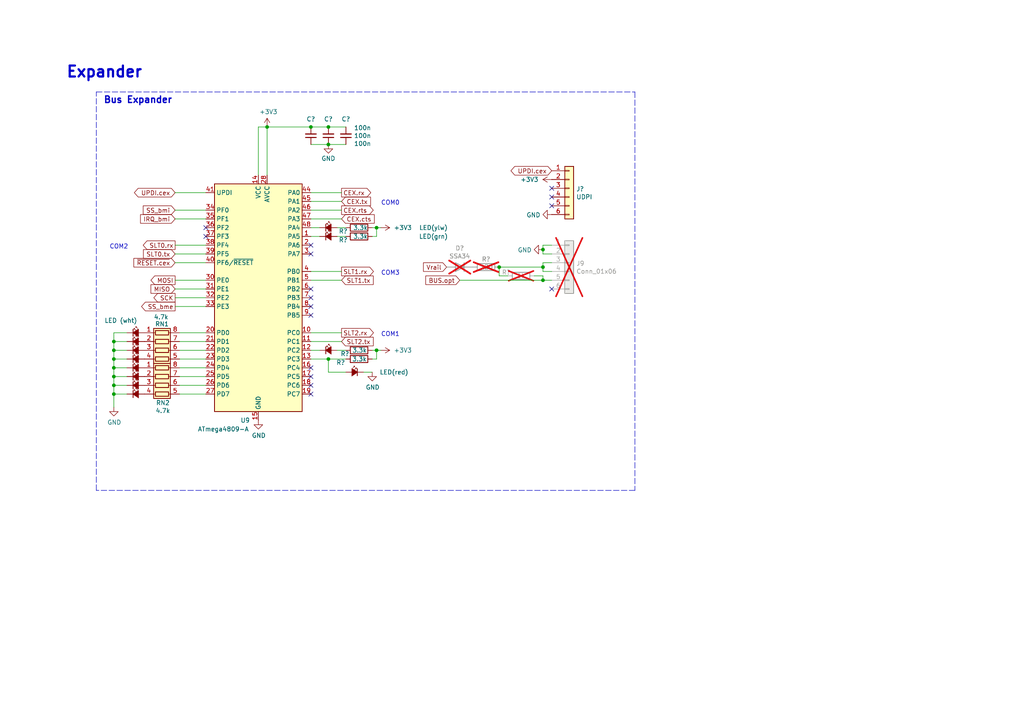
<source format=kicad_sch>
(kicad_sch (version 20250114) (generator "eeschema") (generator_version "9.0")
  (paper "A4")
  (title_block (title "RTB C11 Module") (date "2023-10-22") (rev "4") (company "Frank Schumacher") (comment 1 "Powerboard"))
  (lib_symbols
    (symbol "Connector_Generic:Conn_01x06" (pin_names (offset 1.016) (hide yes))
      (property "Reference" "J" (at 0 7.62 0))
      (property "Value" "Conn_01x06" (at 0 -10.16 0))
      (symbol "Conn_01x06_1_1"
        (rectangle (start -1.27 6.35) (end 1.27 -8.89) (stroke (width 0.254)) (fill (type background)))
        (rectangle (start -1.27 5.207) (end 0 4.953) (stroke (width 0.1524)))
        (rectangle (start -1.27 2.667) (end 0 2.413) (stroke (width 0.1524)))
        (rectangle (start -1.27 0.127) (end 0 -0.127) (stroke (width 0.1524)))
        (rectangle (start -1.27 -2.413) (end 0 -2.667) (stroke (width 0.1524)))
        (rectangle (start -1.27 -4.953) (end 0 -5.207) (stroke (width 0.1524)))
        (rectangle (start -1.27 -7.493) (end 0 -7.747) (stroke (width 0.1524)))
        (pin passive line (at -5.08 5.08 0) (length 3.81) (name "Pin_1") (number "1"))
        (pin passive line (at -5.08 2.54 0) (length 3.81) (name "Pin_2") (number "2"))
        (pin passive line (at -5.08 0 0) (length 3.81) (name "Pin_3") (number "3"))
        (pin passive line (at -5.08 -2.54 0) (length 3.81) (name "Pin_4") (number "4"))
        (pin passive line (at -5.08 -5.08 0) (length 3.81) (name "Pin_5") (number "5"))
        (pin passive line (at -5.08 -7.62 0) (length 3.81) (name "Pin_6") (number "6"))
      )
    )
    (symbol "Device:C_Small" (pin_numbers (hide yes)) (pin_names (offset 0.254) (hide yes))
      (property "Reference" "C" (at 0.254 1.778 0))
      (property "Value" "C_Small" (at 0.254 -2.032 0))
      (symbol "C_Small_0_1"
        (polyline (pts (xy -1.524 0.508) (xy 1.524 0.508)) (stroke (width 0.3048)))
        (polyline (pts (xy -1.524 -0.508) (xy 1.524 -0.508)) (stroke (width 0.3302)))
      )
      (symbol "C_Small_1_1"
        (pin passive line (at 0 2.54 270) (length 2.032) (name "~") (number "1"))
        (pin passive line (at 0 -2.54 90) (length 2.032) (name "~") (number "2"))
      )
    )
    (symbol "Device:D" (pin_numbers (hide yes)) (pin_names (offset 1.016) (hide yes))
      (property "Reference" "D" (at 0 2.54 0))
      (property "Value" "D" (at 0 -2.54 0))
      (symbol "D_0_1"
        (polyline (pts (xy -1.27 1.27) (xy -1.27 -1.27)) (stroke (width 0.254)))
        (polyline (pts (xy 1.27 1.27) (xy 1.27 -1.27) (xy -1.27 0) (xy 1.27 1.27)) (stroke (width 0.254)))
        (polyline (pts (xy 1.27 0) (xy -1.27 0)))
      )
      (symbol "D_1_1"
        (pin passive line (at -3.81 0 0) (length 2.54) (name "K") (number "1"))
        (pin passive line (at 3.81 0 180) (length 2.54) (name "A") (number "2"))
      )
    )
    (symbol "Device:LED_Small_ALT" (pin_numbers (hide yes)) (pin_names (offset 0.254) (hide yes))
      (property "Reference" "D" (at -1.27 3.175 0))
      (property "Value" "Device_LED_Small_ALT" (at -4.445 -2.54 0))
      (symbol "LED_Small_ALT_0_1"
        (polyline (pts (xy -0.762 -1.016) (xy -0.762 1.016)) (stroke (width 0.254)))
        (polyline (pts (xy 0 0.762) (xy -0.508 1.27) (xy -0.254 1.27) (xy -0.508 1.27) (xy -0.508 1.016)))
        (polyline (pts (xy 0.508 1.27) (xy 0 1.778) (xy 0.254 1.778) (xy 0 1.778) (xy 0 1.524)))
        (polyline (pts (xy 0.762 -1.016) (xy -0.762 0) (xy 0.762 1.016) (xy 0.762 -1.016)) (stroke (width 0.254)) (fill (type outline)))
        (polyline (pts (xy 1.016 0) (xy -0.762 0)))
      )
      (symbol "LED_Small_ALT_1_1"
        (pin passive line (at -2.54 0 0) (length 1.778) (name "K") (number "1"))
        (pin passive line (at 2.54 0 180) (length 1.778) (name "A") (number "2"))
      )
    )
    (symbol "Device:R" (pin_numbers (hide yes)) (pin_names (offset 0))
      (property "Reference" "R" (at 2.032 0 90))
      (property "Value" "R" (at 0 0 90))
      (symbol "R_0_1"
        (rectangle (start -1.016 -2.54) (end 1.016 2.54) (stroke (width 0.254)))
      )
      (symbol "R_1_1"
        (pin passive line (at 0 3.81 270) (length 1.27) (name "~") (number "1"))
        (pin passive line (at 0 -3.81 90) (length 1.27) (name "~") (number "2"))
      )
    )
    (symbol "Device:R_Pack04" (pin_names (offset 0) (hide yes))
      (property "Reference" "RN" (at -7.62 0 90))
      (property "Value" "R_Pack04" (at 5.08 0 90))
      (symbol "R_Pack04_0_1"
        (rectangle (start -6.35 -2.413) (end 3.81 2.413) (stroke (width 0.254)) (fill (type background)))
        (rectangle (start -5.715 1.905) (end -4.445 -1.905) (stroke (width 0.254)))
        (polyline (pts (xy -5.08 1.905) (xy -5.08 2.54)))
        (polyline (pts (xy -5.08 -2.54) (xy -5.08 -1.905)))
        (rectangle (start -3.175 1.905) (end -1.905 -1.905) (stroke (width 0.254)))
        (polyline (pts (xy -2.54 1.905) (xy -2.54 2.54)))
        (polyline (pts (xy -2.54 -2.54) (xy -2.54 -1.905)))
        (rectangle (start -0.635 1.905) (end 0.635 -1.905) (stroke (width 0.254)))
        (polyline (pts (xy 0 1.905) (xy 0 2.54)))
        (polyline (pts (xy 0 -2.54) (xy 0 -1.905)))
        (rectangle (start 1.905 1.905) (end 3.175 -1.905) (stroke (width 0.254)))
        (polyline (pts (xy 2.54 1.905) (xy 2.54 2.54)))
        (polyline (pts (xy 2.54 -2.54) (xy 2.54 -1.905)))
      )
      (symbol "R_Pack04_1_1"
        (pin passive line (at -5.08 5.08 270) (length 2.54) (name "R1.2") (number "8"))
        (pin passive line (at -5.08 -5.08 90) (length 2.54) (name "R1.1") (number "1"))
        (pin passive line (at -2.54 5.08 270) (length 2.54) (name "R2.2") (number "7"))
        (pin passive line (at -2.54 -5.08 90) (length 2.54) (name "R2.1") (number "2"))
        (pin passive line (at 0 5.08 270) (length 2.54) (name "R3.2") (number "6"))
        (pin passive line (at 0 -5.08 90) (length 2.54) (name "R3.1") (number "3"))
        (pin passive line (at 2.54 5.08 270) (length 2.54) (name "R4.2") (number "5"))
        (pin passive line (at 2.54 -5.08 90) (length 2.54) (name "R4.1") (number "4"))
      )
    )
    (symbol "MCU_Microchip_ATmega:ATmega4809-A"
      (property "Reference" "U" (at -12.7 34.29 0))
      (property "Value" "ATmega4809-A" (at 2.54 -34.29 0))
      (symbol "ATmega4809-A_0_1"
        (rectangle (start -12.7 -33.02) (end 12.7 33.02) (stroke (width 0.254)) (fill (type background)))
      )
      (symbol "ATmega4809-A_1_1"
        (pin bidirectional line (at -15.24 30.48 0) (length 2.54) (name "UPDI") (number "41"))
        (pin bidirectional line (at -15.24 25.4 0) (length 2.54) (name "PF0") (number "34"))
        (pin bidirectional line (at -15.24 22.86 0) (length 2.54) (name "PF1") (number "35"))
        (pin bidirectional line (at -15.24 20.32 0) (length 2.54) (name "PF2") (number "36"))
        (pin bidirectional line (at -15.24 17.78 0) (length 2.54) (name "PF3") (number "37"))
        (pin bidirectional line (at -15.24 15.24 0) (length 2.54) (name "PF4") (number "38"))
        (pin bidirectional line (at -15.24 12.7 0) (length 2.54) (name "PF5") (number "39"))
        (pin bidirectional line (at -15.24 10.16 0) (length 2.54) (name "PF6/~{RESET}") (number "40"))
        (pin bidirectional line (at -15.24 5.08 0) (length 2.54) (name "PE0") (number "30"))
        (pin bidirectional line (at -15.24 2.54 0) (length 2.54) (name "PE1") (number "31"))
        (pin bidirectional line (at -15.24 0 0) (length 2.54) (name "PE2") (number "32"))
        (pin bidirectional line (at -15.24 -2.54 0) (length 2.54) (name "PE3") (number "33"))
        (pin bidirectional line (at -15.24 -10.16 0) (length 2.54) (name "PD0") (number "20"))
        (pin bidirectional line (at -15.24 -12.7 0) (length 2.54) (name "PD1") (number "21"))
        (pin bidirectional line (at -15.24 -15.24 0) (length 2.54) (name "PD2") (number "22"))
        (pin bidirectional line (at -15.24 -17.78 0) (length 2.54) (name "PD3") (number "23"))
        (pin bidirectional line (at -15.24 -20.32 0) (length 2.54) (name "PD4") (number "24"))
        (pin bidirectional line (at -15.24 -22.86 0) (length 2.54) (name "PD5") (number "25"))
        (pin bidirectional line (at -15.24 -25.4 0) (length 2.54) (name "PD6") (number "26"))
        (pin bidirectional line (at -15.24 -27.94 0) (length 2.54) (name "PD7") (number "27"))
        (pin power_in line (at 0 35.56 270) (length 2.54) (name "VCC") (number "14"))
        (pin passive line (at 0 35.56 270) (length 2.54) (hide yes) (name "VCC") (number "42"))
        (pin power_in line (at 0 -35.56 90) (length 2.54) (name "GND") (number "15"))
        (pin passive line (at 0 -35.56 90) (length 2.54) (hide yes) (name "GND") (number "29"))
        (pin passive line (at 0 -35.56 90) (length 2.54) (hide yes) (name "GND") (number "43"))
        (pin power_in line (at 2.54 35.56 270) (length 2.54) (name "AVCC") (number "28"))
        (pin bidirectional line (at 15.24 30.48 180) (length 2.54) (name "PA0") (number "44"))
        (pin bidirectional line (at 15.24 27.94 180) (length 2.54) (name "PA1") (number "45"))
        (pin bidirectional line (at 15.24 25.4 180) (length 2.54) (name "PA2") (number "46"))
        (pin bidirectional line (at 15.24 22.86 180) (length 2.54) (name "PA3") (number "47"))
        (pin bidirectional line (at 15.24 20.32 180) (length 2.54) (name "PA4") (number "48"))
        (pin bidirectional line (at 15.24 17.78 180) (length 2.54) (name "PA5") (number "1"))
        (pin bidirectional line (at 15.24 15.24 180) (length 2.54) (name "PA6") (number "2"))
        (pin bidirectional line (at 15.24 12.7 180) (length 2.54) (name "PA7") (number "3"))
        (pin bidirectional line (at 15.24 7.62 180) (length 2.54) (name "PB0") (number "4"))
        (pin bidirectional line (at 15.24 5.08 180) (length 2.54) (name "PB1") (number "5"))
        (pin bidirectional line (at 15.24 2.54 180) (length 2.54) (name "PB2") (number "6"))
        (pin bidirectional line (at 15.24 0 180) (length 2.54) (name "PB3") (number "7"))
        (pin bidirectional line (at 15.24 -2.54 180) (length 2.54) (name "PB4") (number "8"))
        (pin bidirectional line (at 15.24 -5.08 180) (length 2.54) (name "PB5") (number "9"))
        (pin bidirectional line (at 15.24 -10.16 180) (length 2.54) (name "PC0") (number "10"))
        (pin bidirectional line (at 15.24 -12.7 180) (length 2.54) (name "PC1") (number "11"))
        (pin bidirectional line (at 15.24 -15.24 180) (length 2.54) (name "PC2") (number "12"))
        (pin bidirectional line (at 15.24 -17.78 180) (length 2.54) (name "PC3") (number "13"))
        (pin bidirectional line (at 15.24 -20.32 180) (length 2.54) (name "PC4") (number "16"))
        (pin bidirectional line (at 15.24 -22.86 180) (length 2.54) (name "PC5") (number "17"))
        (pin bidirectional line (at 15.24 -25.4 180) (length 2.54) (name "PC6") (number "18"))
        (pin bidirectional line (at 15.24 -27.94 180) (length 2.54) (name "PC7") (number "19"))
      )
    )
    (symbol "power:+3V3" (power) (pin_numbers (hide yes)) (pin_names (offset 0) (hide yes))
      (property "Value" "+3V3" (at 0 3.556 0))
      (symbol "+3V3_0_1"
        (polyline (pts (xy -0.762 1.27) (xy 0 2.54)))
        (polyline (pts (xy 0 2.54) (xy 0.762 1.27)))
        (polyline (pts (xy 0 0) (xy 0 2.54)))
      )
      (symbol "+3V3_1_1"
        (pin power_in line (at 0 0 90) (length 0) (name "~") (number "1"))
      )
    )
    (symbol "power:GND" (power) (pin_numbers (hide yes)) (pin_names (offset 0) (hide yes))
      (property "Value" "GND" (at 0 -3.81 0))
      (symbol "GND_0_1"
        (polyline (pts (xy 0 0) (xy 0 -1.27) (xy 1.27 -1.27) (xy 0 -2.54) (xy -1.27 -1.27) (xy 0 -1.27)))
      )
      (symbol "GND_1_1"
        (pin power_in line (at 0 0 270) (length 0) (name "~") (number "1"))
      )
    )
  )
  (text "COM1" (at 110.49 97.79 0) (effects (font (size 1.27 1.27)) (justify left bottom)))
  (text "Expander" (at 19.05 22.86 0) (effects (font (size 3.175 3.175) (thickness 0.635) (bold yes)) (justify left bottom)))
  (text "COM0" (at 110.49 59.69 0) (effects (font (size 1.27 1.27)) (justify left bottom)))
  (text "Bus Expander" (at 29.972 30.226 0) (effects (font (size 1.905 1.905) (thickness 0.381) (bold yes)) (justify left bottom)))
  (text "COM2" (at 31.75 72.39 0) (effects (font (size 1.27 1.27)) (justify left bottom)))
  (text "COM3" (at 110.49 80.01 0) (effects (font (size 1.27 1.27)) (justify left bottom)))
  (junction (at 157.48 81.28))
  (junction (at 157.48 72.39))
  (junction (at 33.02 109.22))
  (junction (at 33.02 101.6))
  (junction (at 109.22 66.04))
  (junction (at 33.02 106.68))
  (junction (at 95.25 41.91))
  (junction (at 33.02 104.14))
  (junction (at 95.25 36.83))
  (junction (at 95.25 104.14))
  (junction (at 90.17 36.83))
  (junction (at 109.22 101.6))
  (junction (at 157.48 77.47))
  (junction (at 33.02 114.3))
  (junction (at 144.78 77.47))
  (junction (at 33.02 111.76))
  (junction (at 33.02 99.06))
  (junction (at 77.47 36.83))
  (no_connect (at 90.17 73.66))
  (no_connect (at 90.17 114.3))
  (no_connect (at 90.17 111.76))
  (no_connect (at 160.02 54.61))
  (no_connect (at 90.17 88.9))
  (no_connect (at 90.17 91.44))
  (no_connect (at 90.17 71.12))
  (no_connect (at 59.69 68.58))
  (no_connect (at 90.17 86.36))
  (no_connect (at 59.69 66.04))
  (no_connect (at 90.17 109.22))
  (no_connect (at 160.02 83.82))
  (no_connect (at 90.17 106.68))
  (no_connect (at 160.02 57.15))
  (no_connect (at 160.02 59.69))
  (no_connect (at 90.17 83.82))
  (wire (pts (xy 157.48 71.12) (xy 160.02 71.12)))
  (wire (pts (xy 160.02 73.66) (xy 157.48 73.66)))
  (wire (pts (xy 95.25 41.91) (xy 100.33 41.91)))
  (wire (pts (xy 52.07 99.06) (xy 59.69 99.06)))
  (wire (pts (xy 59.69 73.66) (xy 50.8 73.66)))
  (polyline (pts (xy 184.15 142.24) (xy 27.94 142.24)) (stroke (width 0) (type dash)))
  (wire (pts (xy 36.83 109.22) (xy 33.02 109.22)))
  (wire (pts (xy 52.07 101.6) (xy 59.69 101.6)))
  (wire (pts (xy 33.02 104.14) (xy 33.02 106.68)))
  (wire (pts (xy 50.8 60.96) (xy 59.69 60.96)))
  (wire (pts (xy 36.83 101.6) (xy 33.02 101.6)))
  (polyline (pts (xy 27.94 26.67) (xy 184.15 26.67)) (stroke (width 0) (type dash)))
  (wire (pts (xy 109.22 104.14) (xy 107.95 104.14)))
  (wire (pts (xy 33.02 106.68) (xy 33.02 109.22)))
  (wire (pts (xy 95.25 107.95) (xy 100.33 107.95)))
  (wire (pts (xy 90.17 55.88) (xy 99.06 55.88)))
  (wire (pts (xy 90.17 96.52) (xy 99.06 96.52)))
  (wire (pts (xy 50.8 76.2) (xy 59.69 76.2)))
  (wire (pts (xy 157.48 80.01) (xy 157.48 81.28)))
  (wire (pts (xy 59.69 71.12) (xy 50.8 71.12)))
  (wire (pts (xy 109.22 68.58) (xy 109.22 66.04)))
  (wire (pts (xy 74.93 50.8) (xy 74.93 36.83)))
  (wire (pts (xy 74.93 36.83) (xy 77.47 36.83)))
  (wire (pts (xy 33.02 114.3) (xy 33.02 118.11)))
  (wire (pts (xy 52.07 96.52) (xy 59.69 96.52)))
  (wire (pts (xy 144.78 80.01) (xy 147.32 80.01)))
  (wire (pts (xy 97.79 68.58) (xy 100.33 68.58)))
  (wire (pts (xy 52.07 106.68) (xy 59.69 106.68)))
  (wire (pts (xy 90.17 36.83) (xy 95.25 36.83)))
  (wire (pts (xy 90.17 63.5) (xy 99.06 63.5)))
  (wire (pts (xy 90.17 78.74) (xy 99.06 78.74)))
  (wire (pts (xy 52.07 109.22) (xy 59.69 109.22)))
  (wire (pts (xy 59.69 55.88) (xy 50.8 55.88)))
  (wire (pts (xy 97.79 101.6) (xy 100.33 101.6)))
  (wire (pts (xy 107.95 68.58) (xy 109.22 68.58)))
  (wire (pts (xy 90.17 41.91) (xy 95.25 41.91)))
  (wire (pts (xy 157.48 73.66) (xy 157.48 72.39)))
  (wire (pts (xy 33.02 111.76) (xy 33.02 114.3)))
  (wire (pts (xy 36.83 106.68) (xy 33.02 106.68)))
  (wire (pts (xy 157.48 81.28) (xy 133.35 81.28)))
  (wire (pts (xy 59.69 88.9) (xy 50.8 88.9)))
  (wire (pts (xy 59.69 83.82) (xy 50.8 83.82)))
  (wire (pts (xy 105.41 107.95) (xy 107.95 107.95)))
  (wire (pts (xy 90.17 58.42) (xy 99.06 58.42)))
  (wire (pts (xy 144.78 77.47) (xy 157.48 77.47)))
  (wire (pts (xy 157.48 77.47) (xy 157.48 76.2)))
  (wire (pts (xy 107.95 101.6) (xy 109.22 101.6)))
  (wire (pts (xy 77.47 36.83) (xy 77.47 50.8)))
  (wire (pts (xy 33.02 109.22) (xy 33.02 111.76)))
  (wire (pts (xy 90.17 68.58) (xy 92.71 68.58)))
  (polyline (pts (xy 27.94 142.24) (xy 27.94 26.67)) (stroke (width 0) (type dash)))
  (wire (pts (xy 33.02 96.52) (xy 33.02 99.06)))
  (wire (pts (xy 157.48 72.39) (xy 157.48 71.12)))
  (wire (pts (xy 36.83 96.52) (xy 33.02 96.52)))
  (wire (pts (xy 109.22 101.6) (xy 110.49 101.6)))
  (wire (pts (xy 33.02 99.06) (xy 33.02 101.6)))
  (wire (pts (xy 36.83 114.3) (xy 33.02 114.3)))
  (wire (pts (xy 109.22 66.04) (xy 110.49 66.04)))
  (wire (pts (xy 52.07 111.76) (xy 59.69 111.76)))
  (wire (pts (xy 36.83 99.06) (xy 33.02 99.06)))
  (wire (pts (xy 52.07 104.14) (xy 59.69 104.14)))
  (wire (pts (xy 50.8 63.5) (xy 59.69 63.5)))
  (wire (pts (xy 95.25 104.14) (xy 100.33 104.14)))
  (wire (pts (xy 59.69 81.28) (xy 50.8 81.28)))
  (wire (pts (xy 59.69 86.36) (xy 50.8 86.36)))
  (wire (pts (xy 33.02 101.6) (xy 33.02 104.14)))
  (wire (pts (xy 97.79 66.04) (xy 100.33 66.04)))
  (wire (pts (xy 157.48 78.74) (xy 157.48 77.47)))
  (wire (pts (xy 90.17 99.06) (xy 99.06 99.06)))
  (wire (pts (xy 107.95 66.04) (xy 109.22 66.04)))
  (wire (pts (xy 36.83 111.76) (xy 33.02 111.76)))
  (wire (pts (xy 160.02 78.74) (xy 157.48 78.74)))
  (wire (pts (xy 109.22 104.14) (xy 109.22 101.6)))
  (wire (pts (xy 95.25 104.14) (xy 95.25 107.95)))
  (wire (pts (xy 90.17 101.6) (xy 92.71 101.6)))
  (wire (pts (xy 90.17 104.14) (xy 95.25 104.14)))
  (wire (pts (xy 160.02 81.28) (xy 157.48 81.28)))
  (wire (pts (xy 154.94 80.01) (xy 157.48 80.01)))
  (wire (pts (xy 144.78 77.47) (xy 144.78 80.01)))
  (wire (pts (xy 90.17 81.28) (xy 99.06 81.28)))
  (wire (pts (xy 157.48 76.2) (xy 160.02 76.2)))
  (wire (pts (xy 90.17 60.96) (xy 99.06 60.96)))
  (wire (pts (xy 36.83 104.14) (xy 33.02 104.14)))
  (wire (pts (xy 95.25 36.83) (xy 100.33 36.83)))
  (wire (pts (xy 77.47 36.83) (xy 90.17 36.83)))
  (polyline (pts (xy 184.15 26.67) (xy 184.15 142.24)) (stroke (width 0) (type dash)))
  (wire (pts (xy 90.17 66.04) (xy 92.71 66.04)))
  (wire (pts (xy 52.07 114.3) (xy 59.69 114.3)))
  (global_label "BUS.opt" (shape input) (at 133.35 81.28 180) (property "Intersheetrefs" "${INTERSHEET_REFS}" (effects (hide yes))))
  (global_label "Vrail" (shape input) (at 129.54 77.47 180) (property "Intersheetrefs" "${INTERSHEET_REFS}" (effects (hide yes))))
  (global_label "SS_bme" (shape output) (at 50.8 88.9 180) (property "Intersheetrefs" "${INTERSHEET_REFS}" (effects (hide yes))))
  (global_label "CEX.rts" (shape output) (at 99.06 60.96 0) (property "Intersheetrefs" "${INTERSHEET_REFS}" (effects (hide yes))))
  (global_label "SLT2.tx" (shape input) (at 99.06 99.06 0) (property "Intersheetrefs" "${INTERSHEET_REFS}" (effects (hide yes))))
  (global_label "SLT1.tx" (shape input) (at 99.06 81.28 0) (property "Intersheetrefs" "${INTERSHEET_REFS}" (effects (hide yes))))
  (global_label "MOSI" (shape output) (at 50.8 81.28 180) (property "Intersheetrefs" "${INTERSHEET_REFS}" (effects (hide yes))))
  (global_label "SCK" (shape output) (at 50.8 86.36 180) (property "Intersheetrefs" "${INTERSHEET_REFS}" (effects (hide yes))))
  (global_label "SLT0.rx" (shape output) (at 50.8 71.12 180) (property "Intersheetrefs" "${INTERSHEET_REFS}" (effects (hide yes))))
  (global_label "CEX.cts" (shape input) (at 99.06 63.5 0) (property "Intersheetrefs" "${INTERSHEET_REFS}" (effects (hide yes))))
  (global_label "CEX.rx" (shape output) (at 99.06 55.88 0) (property "Intersheetrefs" "${INTERSHEET_REFS}" (effects (hide yes))))
  (global_label "MISO" (shape input) (at 50.8 83.82 180) (property "Intersheetrefs" "${INTERSHEET_REFS}" (effects (hide yes))))
  (global_label "~{RESET.cex}" (shape input) (at 50.8 76.2 180) (property "Intersheetrefs" "${INTERSHEET_REFS}" (effects (hide yes))))
  (global_label "SLT2.rx" (shape output) (at 99.06 96.52 0) (property "Intersheetrefs" "${INTERSHEET_REFS}" (effects (hide yes))))
  (global_label "SS_bmi" (shape input) (at 50.8 60.96 180) (property "Intersheetrefs" "${INTERSHEET_REFS}" (effects (hide yes))))
  (global_label "IRQ_bmi" (shape input) (at 50.8 63.5 180) (property "Intersheetrefs" "${INTERSHEET_REFS}" (effects (hide yes))))
  (global_label "SLT1.rx" (shape output) (at 99.06 78.74 0) (property "Intersheetrefs" "${INTERSHEET_REFS}" (effects (hide yes))))
  (global_label "CEX.tx" (shape input) (at 99.06 58.42 0) (property "Intersheetrefs" "${INTERSHEET_REFS}" (effects (hide yes))))
  (global_label "UPDI.cex" (shape bidirectional) (at 160.02 49.53 180) (property "Intersheetrefs" "${INTERSHEET_REFS}" (effects (hide yes))))
  (global_label "UPDI.cex" (shape bidirectional) (at 50.8 55.88 180) (property "Intersheetrefs" "${INTERSHEET_REFS}" (effects (hide yes))))
  (global_label "SLT0.tx" (shape input) (at 50.8 73.66 180) (property "Intersheetrefs" "${INTERSHEET_REFS}" (effects (hide yes))))
  (symbol (lib_id "power:GND") (at 74.93 121.92 0) (unit 1)
    (property "Reference" "#PWR024" (effects (hide yes)))
    (property "Value" "GND" (at 75.057 126.3142 0))
  )
  (symbol (lib_id "Device:C_Small") (at 90.17 39.37 180) (unit 1)
    (property "Reference" "C20" (at 90.17 34.544 0))
    (property "Value" "100n" (at 105.156 41.656 0))
    (property "Footprint" "Capacitor_SMD:C_0805_2012Metric" (effects (hide yes)))
    (property "Description" "100nF 50V X7R ±10% 0805 Multilayer Ceramic Capacitors MLCC - SMD/SMT ROHS" (effects (hide yes)))
    (property "LCSC Part #" "C49678" (effects (hide yes)))
    (instances (project "" (path "" (reference "C?") (unit 1)) (path "" (reference "C20") (unit 1))))
  )
  (symbol (lib_id "power:GND") (at 95.25 41.91 0) (unit 1)
    (property "Reference" "#PWR026" (effects (hide yes)))
    (property "Value" "GND" (at 95.25 45.974 0))
    (instances (project "" (path "" (reference "#PWR?") (unit 1)) (path "" (reference "#PWR026") (unit 1))))
  )
  (symbol (lib_id "Device:C_Small") (at 100.33 39.37 180) (unit 1)
    (property "Reference" "C21" (at 100.33 34.544 0))
    (property "Value" "100n" (at 105.156 37.084 0))
    (property "Footprint" "Capacitor_SMD:C_0603_1608Metric" (effects (hide yes)))
    (property "Description" "100nF 50V X7R ±10% 0603 Multilayer Ceramic Capacitors MLCC - SMD/SMT ROHS" (effects (hide yes)))
    (property "LCSC Part #" "C14663" (effects (hide yes)))
    (instances (project "" (path "" (reference "C?") (unit 1)) (path "" (reference "C21") (unit 1))))
  )
  (symbol (lib_id "Connector_Generic:Conn_01x06") (at 165.1 76.2 0) (unit 1) (in_bom no) (on_board no) (dnp yes)
    (property "Reference" "J9" (at 167.132 76.4032 0) (effects (justify left)))
    (property "Value" "Conn_01x06" (at 167.132 78.7146 0) (effects (justify left)))
    (property "Footprint" "Connector_PinHeader_2.54mm:PinHeader_1x06_P2.54mm_Vertical" (effects (hide yes)))
  )
  (symbol (lib_id "power:GND") (at 157.48 72.39 270) (unit 1)
    (property "Reference" "#PWR0150" (effects (hide yes)))
    (property "Value" "GND" (at 154.2288 72.517 90) (effects (justify right)))
    (instances (project "" (path "" (reference "#PWR?") (unit 1)) (path "" (reference "#PWR0150") (unit 1))))
  )
  (symbol (lib_id "Device:R_Pack04") (at 46.99 101.6 270) (unit 1)
    (property "Reference" "RN1" (at 46.99 93.98 90))
    (property "Value" "4.7k" (at 46.736 91.948 90))
    (property "Footprint" "Resistor_SMD:R_Array_Concave_4x0603" (effects (hide yes)))
    (property "Description" "1/16W 4 4.7kΩ 8 ±200ppm/℃ ±5% 0603x4 Resistor Networks, Arrays ROHS" (effects (hide yes)))
    (property "LCSC Part #" "C1980" (effects (hide yes)))
  )
  (symbol (lib_id "Device:R_Pack04") (at 46.99 111.76 270) (unit 1)
    (property "Reference" "RN2" (at 47.244 116.84 90))
    (property "Value" "4.7k" (at 47.244 119.126 90))
    (property "Footprint" "Resistor_SMD:R_Array_Concave_4x0603" (effects (hide yes)))
    (property "Description" "1/16W 4 4.7kΩ 8 ±200ppm/℃ ±5% 0603x4 Resistor Networks, Arrays ROHS" (effects (hide yes)))
    (property "LCSC Part #" "C1980" (effects (hide yes)))
  )
  (symbol (lib_id "Device:LED_Small_ALT") (at 39.37 96.52 0) (unit 1) (in_bom no)
    (property "Reference" "D15" (effects (hide yes)))
    (property "Value" "LED (wht)" (at 35.052 92.964 0))
    (property "Footprint" "LED_SMD:LED_0603_1608Metric" (effects (hide yes)))
  )
  (symbol (lib_id "Device:LED_Small_ALT") (at 39.37 99.06 0) (unit 1) (in_bom no)
    (property "Reference" "D16" (effects (hide yes)))
    (property "Value" "LED_Small_ALT" (effects (hide yes)))
    (property "Footprint" "LED_SMD:LED_0603_1608Metric" (effects (hide yes)))
  )
  (symbol (lib_id "Device:LED_Small_ALT") (at 39.37 101.6 0) (unit 1) (in_bom no)
    (property "Reference" "D17" (effects (hide yes)))
    (property "Value" "LED_Small_ALT" (effects (hide yes)))
    (property "Footprint" "LED_SMD:LED_0603_1608Metric" (effects (hide yes)))
  )
  (symbol (lib_id "Device:LED_Small_ALT") (at 39.37 104.14 0) (unit 1) (in_bom no)
    (property "Reference" "D18" (effects (hide yes)))
    (property "Value" "LED_Small_ALT" (effects (hide yes)))
    (property "Footprint" "LED_SMD:LED_0603_1608Metric" (effects (hide yes)))
  )
  (symbol (lib_id "Device:LED_Small_ALT") (at 39.37 106.68 0) (unit 1) (in_bom no)
    (property "Reference" "D19" (effects (hide yes)))
    (property "Value" "LED_Small_ALT" (effects (hide yes)))
    (property "Footprint" "LED_SMD:LED_0603_1608Metric" (effects (hide yes)))
  )
  (symbol (lib_id "Device:LED_Small_ALT") (at 39.37 109.22 0) (unit 1) (in_bom no)
    (property "Reference" "D20" (effects (hide yes)))
    (property "Value" "LED_Small_ALT" (effects (hide yes)))
    (property "Footprint" "LED_SMD:LED_0603_1608Metric" (effects (hide yes)))
  )
  (symbol (lib_id "Device:LED_Small_ALT") (at 39.37 111.76 0) (unit 1) (in_bom no)
    (property "Reference" "D21" (effects (hide yes)))
    (property "Value" "LED_Small_ALT" (effects (hide yes)))
    (property "Footprint" "LED_SMD:LED_0603_1608Metric" (effects (hide yes)))
  )
  (symbol (lib_id "Device:LED_Small_ALT") (at 39.37 114.3 0) (unit 1) (in_bom no)
    (property "Reference" "D22" (effects (hide yes)))
    (property "Value" "LED_Small_ALT" (effects (hide yes)))
    (property "Footprint" "LED_SMD:LED_0603_1608Metric" (effects (hide yes)))
  )
  (symbol (lib_id "power:GND") (at 33.02 118.11 0) (unit 1)
    (property "Reference" "#PWR0148" (effects (hide yes)))
    (property "Value" "GND" (at 33.147 122.5042 0))
  )
  (symbol (lib_id "power:GND") (at 160.02 62.23 270) (unit 1)
    (property "Reference" "#PWR0124" (effects (hide yes)))
    (property "Value" "GND" (at 156.7688 62.357 90) (effects (justify right)))
    (instances (project "" (path "" (reference "#PWR?") (unit 1)) (path "" (reference "#PWR0124") (unit 1))))
  )
  (symbol (lib_id "Connector_Generic:Conn_01x06") (at 165.1 54.61 0) (unit 1) (in_bom no)
    (property "Reference" "J2" (at 167.132 54.8132 0) (effects (justify left)))
    (property "Value" "UDPI" (at 167.132 57.1246 0) (effects (justify left)))
    (property "Footprint" "Connector_PinHeader_1.27mm:PinHeader_2x03_P1.27mm_Vertical" (effects (hide yes)))
    (instances (project "" (path "" (reference "J?") (unit 1)) (path "" (reference "J2") (unit 1))))
  )
  (symbol (lib_id "MCU_Microchip_ATmega:ATmega4809-A") (at 74.93 86.36 0) (unit 1)
    (property "Reference" "U9" (at 71.12 121.92 0))
    (property "Value" "ATmega4809-A" (at 64.77 124.46 0))
    (property "Footprint" "Package_DFN_QFN:QFN-48-1EP_6x6mm_P0.4mm_EP4.2x4.2mm" (effects (hide yes)))
    (property "Datasheet" "http://ww1.microchip.com/downloads/en/DeviceDoc/40002016A.pdf" (effects (hide yes)))
  )
  (symbol (lib_id "Device:D") (at 133.35 77.47 180) (unit 1) (in_bom no) (on_board no) (dnp yes)
    (property "Reference" "D23" (at 133.35 71.9836 0))
    (property "Value" "SSA34" (at 133.35 74.295 0))
    (property "Footprint" "Diode_SMD:D_SOD-123F" (effects (hide yes)))
    (property "Description" "-55℃~+125℃ 3A 40V 500uA@40V 550mV@3A 80A SOD-123F Schottky Diodes ROHS" (effects (hide yes)))
    (property "LCSC Part #" "C84632" (effects (hide yes)))
    (instances (project "" (path "" (reference "D?") (unit 1)) (path "" (reference "D23") (unit 1)) (path "" (reference "D?") (unit 1))))
  )
  (symbol (lib_id "Device:C_Small") (at 95.25 39.37 180) (unit 1)
    (property "Reference" "C24" (at 95.25 34.544 0))
    (property "Value" "100n" (at 105.156 39.37 0))
    (property "Footprint" "Capacitor_SMD:C_0603_1608Metric" (effects (hide yes)))
    (property "Description" "100nF 50V X7R ±10% 0603 Multilayer Ceramic Capacitors MLCC - SMD/SMT ROHS" (effects (hide yes)))
    (property "LCSC Part #" "C14663" (effects (hide yes)))
    (instances (project "" (path "" (reference "C?") (unit 1)) (path "" (reference "C24") (unit 1))))
  )
  (symbol (lib_id "Device:LED_Small_ALT") (at 95.25 66.04 0) (unit 1) (in_bom no)
    (property "Reference" "D10" (effects (hide yes)))
    (property "Value" "LED(ylw)" (at 125.73 66.04 0))
    (property "Footprint" "LED_SMD:LED_0603_1608Metric" (effects (hide yes)))
    (instances (project "" (path "" (reference "D?") (unit 1)) (path "" (reference "D10") (unit 1))))
  )
  (symbol (lib_id "Device:R") (at 104.14 66.04 90) (unit 1)
    (property "Reference" "R46" (at 100.838 67.056 90) (effects (justify left)))
    (property "Value" "3.3k" (at 106.68 66.04 90) (effects (justify left)))
    (property "Footprint" "Resistor_SMD:R_0603_1608Metric" (effects (hide yes)))
    (property "Description" "-55℃~+155℃ 100mW 3.3kΩ 75V Thick Film Resistor ±1% ±100ppm/℃ 0603 Chip Resistor - Surface Mount ROHS" (effects (hide yes)))
    (property "LCSC Part #" "C22978" (effects (hide yes)))
    (instances (project "" (path "" (reference "R?") (unit 1)) (path "" (reference "R46") (unit 1))))
  )
  (symbol (lib_id "Device:LED_Small_ALT") (at 95.25 68.58 0) (unit 1) (in_bom no)
    (property "Reference" "D11" (effects (hide yes)))
    (property "Value" "LED(grn)" (at 125.73 68.58 0))
    (property "Footprint" "LED_SMD:LED_0603_1608Metric" (effects (hide yes)))
    (instances (project "" (path "" (reference "D?") (unit 1)) (path "" (reference "D11") (unit 1))))
  )
  (symbol (lib_id "Device:R") (at 104.14 68.58 90) (unit 1)
    (property "Reference" "R50" (at 100.838 69.596 90) (effects (justify left)))
    (property "Value" "3.3k" (at 106.68 68.58 90) (effects (justify left)))
    (property "Footprint" "Resistor_SMD:R_0603_1608Metric" (effects (hide yes)))
    (property "Description" "-55℃~+155℃ 100mW 3.3kΩ 75V Thick Film Resistor ±1% ±100ppm/℃ 0603 Chip Resistor - Surface Mount ROHS" (effects (hide yes)))
    (property "LCSC Part #" "C22978" (effects (hide yes)))
    (instances (project "" (path "" (reference "R?") (unit 1)) (path "" (reference "R50") (unit 1))))
  )
  (symbol (lib_id "Device:LED_Small_ALT") (at 95.25 101.6 0) (unit 1) (in_bom no)
    (property "Reference" "D12" (effects (hide yes)))
    (property "Value" "LED(blu)" (effects (hide yes)))
    (property "Footprint" "LED_SMD:LED_0603_1608Metric" (effects (hide yes)))
    (instances (project "" (path "" (reference "D?") (unit 1)) (path "" (reference "D12") (unit 1))))
  )
  (symbol (lib_id "Device:R") (at 104.14 101.6 90) (unit 1)
    (property "Reference" "R80" (at 101.346 102.616 90) (effects (justify left)))
    (property "Value" "3.3k" (at 106.426 101.6 90) (effects (justify left)))
    (property "Footprint" "Resistor_SMD:R_0603_1608Metric" (effects (hide yes)))
    (property "Description" "-55℃~+155℃ 100mW 3.3kΩ 75V Thick Film Resistor ±1% ±100ppm/℃ 0603 Chip Resistor - Surface Mount ROHS" (effects (hide yes)))
    (property "LCSC Part #" "C22978" (effects (hide yes)))
    (instances (project "" (path "" (reference "R?") (unit 1)) (path "" (reference "R80") (unit 1))))
  )
  (symbol (lib_id "Device:LED_Small_ALT") (at 102.87 107.95 0) (mirror y) (unit 1) (in_bom no)
    (property "Reference" "D13" (effects (hide yes)))
    (property "Value" "LED(red)" (at 114.3 107.95 0))
    (property "Footprint" "LED_SMD:LED_0603_1608Metric" (effects (hide yes)))
    (instances (project "" (path "" (reference "D?") (unit 1)) (path "" (reference "D13") (unit 1))))
  )
  (symbol (lib_id "Device:R") (at 104.14 104.14 270) (unit 1)
    (property "Reference" "R81" (at 97.536 105.156 90) (effects (justify left)))
    (property "Value" "3.3k" (at 102.108 104.14 90) (effects (justify left)))
    (property "Footprint" "Resistor_SMD:R_0603_1608Metric" (effects (hide yes)))
    (property "Description" "-55℃~+155℃ 100mW 3.3kΩ 75V Thick Film Resistor ±1% ±100ppm/℃ 0603 Chip Resistor - Surface Mount ROHS" (effects (hide yes)))
    (property "LCSC Part #" "C22978" (effects (hide yes)))
    (instances (project "" (path "" (reference "R?") (unit 1)) (path "" (reference "R81") (unit 1))))
  )
  (symbol (lib_id "power:+3V3") (at 77.47 36.83 0) (unit 1)
    (property "Reference" "#PWR0131" (effects (hide yes)))
    (property "Value" "+3V3" (at 77.851 32.4358 0))
  )
  (symbol (lib_id "power:+3V3") (at 110.49 66.04 270) (unit 1)
    (property "Reference" "#PWR0132" (effects (hide yes)))
    (property "Value" "+3V3" (at 116.84 66.04 90))
  )
  (symbol (lib_id "power:+3V3") (at 160.02 52.07 90) (unit 1)
    (property "Reference" "#PWR0133" (effects (hide yes)))
    (property "Value" "+3V3" (at 156.21 52.07 90) (effects (justify left)))
  )
  (symbol (lib_id "power:GND") (at 107.95 107.95 0) (unit 1)
    (property "Reference" "#PWR0165" (effects (hide yes)))
    (property "Value" "GND" (at 108.077 112.3442 0))
  )
  (symbol (lib_id "power:+3V3") (at 110.49 101.6 270) (unit 1)
    (property "Reference" "#PWR0157" (effects (hide yes)))
    (property "Value" "+3V3" (at 116.84 101.6 90))
  )
  (symbol (lib_id "Device:R") (at 151.13 80.01 270) (unit 1) (in_bom no) (on_board no) (dnp yes)
    (property "Reference" "R5" (at 145.542 78.994 90) (effects (justify left)))
    (property "Value" "1k" (at 149.86 80.01 90) (effects (justify left)))
    (property "Footprint" "Resistor_SMD:R_1206_3216Metric" (effects (hide yes)))
    (property "Description" "-55℃~+155℃ 1kΩ 200V 250mW Thick Film Resistor ±1% ±100ppm/℃ 1206 Chip Resistor - Surface Mount ROHS" (effects (hide yes)))
    (property "LCSC Part #" "C4410" (effects (hide yes)))
    (instances (project "" (path "" (reference "R?") (unit 1)) (path "" (reference "R5") (unit 1))))
  )
  (symbol (lib_id "Device:R") (at 140.97 77.47 270) (unit 1) (in_bom no) (on_board no) (dnp yes)
    (property "Reference" "R6" (at 139.7 75.184 90) (effects (justify left)))
    (property "Value" "120" (at 139.192 77.47 90) (effects (justify left)))
    (property "Footprint" "Resistor_SMD:R_1206_3216Metric" (effects (hide yes)))
    (property "Description" "-55℃~+155℃ 120Ω 200V 250mW Thick Film Resistor ±1% ±100ppm/℃ 1206 Chip Resistor - Surface Mount ROHS" (effects (hide yes)))
    (property "LCSC Part #" "C17909" (effects (hide yes)))
    (instances (project "" (path "" (reference "R?") (unit 1)) (path "" (reference "R6") (unit 1))))
  )
)
</source>
